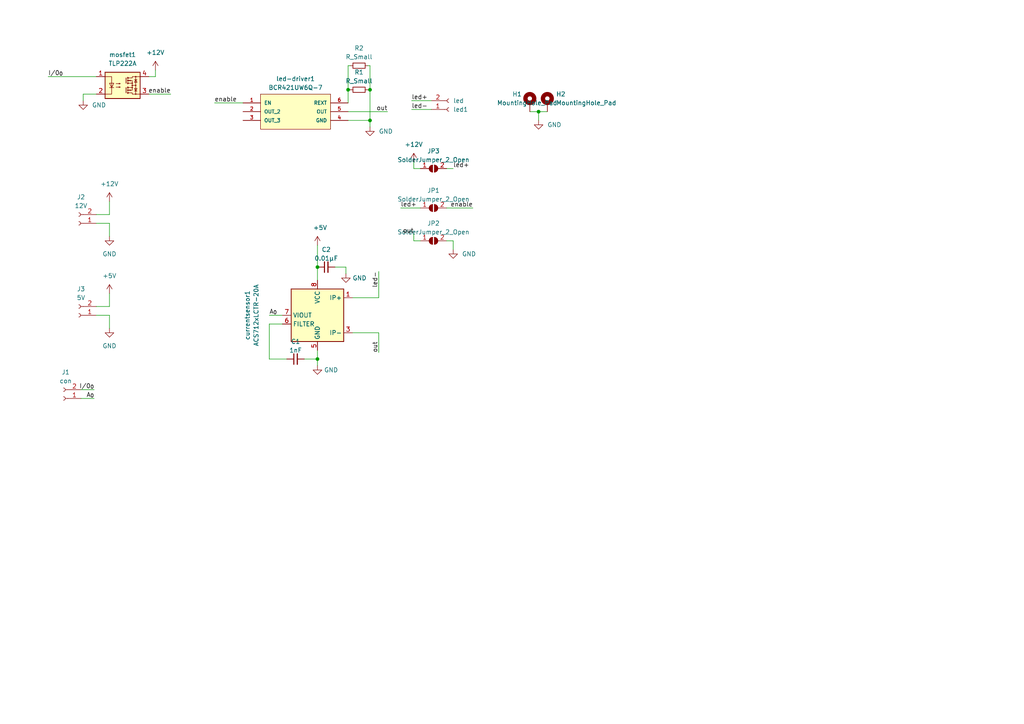
<source format=kicad_sch>
(kicad_sch (version 20230121) (generator eeschema)
  (paper "A4")
  (lib_symbols
    (symbol "+12V_1" (power) (pin_names (offset 0))
      (property "Value" "+12V_1" (at 0 3.556 0))
      (symbol "+12V_1_0_1"
        (polyline (pts (xy -0.762 1.27) (xy 0 2.54)))
        (polyline (pts (xy 0 0) (xy 0 2.54)))
        (polyline (pts (xy 0 2.54) (xy 0.762 1.27)))
      )
      (symbol "+12V_1_1_1"
        (pin power_in line (at 0 0 90) (length 0) hide (name "+12V") (number "1"))
      )
    )
    (symbol "Connector:Conn_01x02_Female" (pin_names (offset 1.016) hide)
      (property "Reference" "J" (at 0 2.54 0))
      (property "Value" "Conn_01x02_Female" (at 0 -5.08 0))
      (symbol "Conn_01x02_Female_1_1"
        (arc (start 0 -2.032) (mid -0.5058 -2.54) (end 0 -3.048) (stroke (width 0.1524)))
        (polyline (pts (xy -1.27 -2.54) (xy -0.508 -2.54)) (stroke (width 0.1524)))
        (polyline (pts (xy -1.27 0) (xy -0.508 0)) (stroke (width 0.1524)))
        (arc (start 0 0.508) (mid -0.5058 0) (end 0 -0.508) (stroke (width 0.1524)))
        (pin passive line (at -5.08 0 0) (length 3.81) (name "Pin_1") (number "1"))
        (pin passive line (at -5.08 -2.54 0) (length 3.81) (name "Pin_2") (number "2"))
      )
    )
    (symbol "Device:C_Small" (pin_numbers hide) (pin_names (offset 0.254) hide)
      (property "Reference" "C" (at 0.254 1.778 0))
      (property "Value" "C_Small" (at 0.254 -2.032 0))
      (symbol "C_Small_0_1"
        (polyline (pts (xy -1.524 -0.508) (xy 1.524 -0.508)) (stroke (width 0.3302)))
        (polyline (pts (xy -1.524 0.508) (xy 1.524 0.508)) (stroke (width 0.3048)))
      )
      (symbol "C_Small_1_1"
        (pin passive line (at 0 2.54 270) (length 2.032) (name "~") (number "1"))
        (pin passive line (at 0 -2.54 90) (length 2.032) (name "~") (number "2"))
      )
    )
    (symbol "Device:R_Small" (pin_numbers hide) (pin_names (offset 0.254) hide)
      (property "Reference" "R" (at 0.762 0.508 0))
      (property "Value" "R_Small" (at 0.762 -1.016 0))
      (symbol "R_Small_0_1"
        (rectangle (start -0.762 1.778) (end 0.762 -1.778) (stroke (width 0.2032)))
      )
      (symbol "R_Small_1_1"
        (pin passive line (at 0 2.54 270) (length 0.762) (name "~") (number "1"))
        (pin passive line (at 0 -2.54 90) (length 0.762) (name "~") (number "2"))
      )
    )
    (symbol "Jumper:SolderJumper_2_Open" (pin_names (offset 0) hide)
      (property "Reference" "JP" (at 0 2.032 0))
      (property "Value" "SolderJumper_2_Open" (at 0 -2.54 0))
      (symbol "SolderJumper_2_Open_0_1"
        (arc (start -0.254 1.016) (mid -1.2656 0) (end -0.254 -1.016))
        (arc (start -0.254 1.016) (mid -1.2656 0) (end -0.254 -1.016) (fill (type outline)))
        (polyline (pts (xy -0.254 1.016) (xy -0.254 -1.016)))
        (polyline (pts (xy 0.254 1.016) (xy 0.254 -1.016)))
        (arc (start 0.254 -1.016) (mid 1.2656 0) (end 0.254 1.016))
        (arc (start 0.254 -1.016) (mid 1.2656 0) (end 0.254 1.016) (fill (type outline)))
      )
      (symbol "SolderJumper_2_Open_1_1"
        (pin passive line (at -3.81 0 0) (length 2.54) (name "A") (number "1"))
        (pin passive line (at 3.81 0 180) (length 2.54) (name "B") (number "2"))
      )
    )
    (symbol "Mechanical:MountingHole_Pad" (pin_numbers hide) (pin_names (offset 1.016) hide)
      (property "Reference" "H" (at 0 6.35 0))
      (property "Value" "MountingHole_Pad" (at 0 4.445 0))
      (symbol "MountingHole_Pad_0_1"
        (circle (center 0 1.27) (radius 1.27) (stroke (width 1.27)))
      )
      (symbol "MountingHole_Pad_1_1"
        (pin input line (at 0 -2.54 90) (length 2.54) (name "1") (number "1"))
      )
    )
    (symbol "Relay_SolidState:TLP222A"
      (property "Reference" "U" (at -5.08 5.08 0))
      (property "Value" "TLP222A" (at 0 5.08 0))
      (symbol "TLP222A_0_1"
        (rectangle (start -5.08 3.81) (end 5.08 -3.81) (stroke (width 0.254)) (fill (type background)))
        (polyline (pts (xy -3.81 -0.635) (xy -2.54 -0.635)))
        (polyline (pts (xy 1.016 -0.635) (xy 1.016 -2.159)) (stroke (width 0.2032)))
        (polyline (pts (xy 1.016 2.159) (xy 1.016 0.635)) (stroke (width 0.2032)))
        (polyline (pts (xy 1.524 -0.508) (xy 1.524 -0.762)) (stroke (width 0.3556)))
        (polyline (pts (xy 2.794 0) (xy 3.81 0)))
        (polyline (pts (xy 3.429 -1.651) (xy 4.191 -1.651)))
        (polyline (pts (xy 3.429 1.651) (xy 4.191 1.651)))
        (polyline (pts (xy 3.81 -2.54) (xy 3.81 2.54)))
        (polyline (pts (xy 1.524 -2.032) (xy 1.524 -2.286) (xy 1.524 -2.286)) (stroke (width 0.3556)))
        (polyline (pts (xy 1.524 -1.27) (xy 1.524 -1.524) (xy 1.524 -1.524)) (stroke (width 0.3556)))
        (polyline (pts (xy 1.524 0.762) (xy 1.524 0.508) (xy 1.524 0.508)) (stroke (width 0.3556)))
        (polyline (pts (xy 1.524 1.524) (xy 1.524 1.27) (xy 1.524 1.27)) (stroke (width 0.3556)))
        (polyline (pts (xy 1.524 2.286) (xy 1.524 2.032) (xy 1.524 2.032)) (stroke (width 0.3556)))
        (polyline (pts (xy 1.651 -1.397) (xy 2.794 -1.397) (xy 2.794 -0.635)))
        (polyline (pts (xy 1.651 1.397) (xy 2.794 1.397) (xy 2.794 0.635)))
        (polyline (pts (xy -5.08 2.54) (xy -3.175 2.54) (xy -3.175 -2.54) (xy -5.08 -2.54)))
        (polyline (pts (xy -3.175 -0.635) (xy -3.81 0.635) (xy -2.54 0.635) (xy -3.175 -0.635)))
        (polyline (pts (xy 1.651 -2.159) (xy 2.794 -2.159) (xy 2.794 -2.54) (xy 5.08 -2.54)))
        (polyline (pts (xy 1.651 -0.635) (xy 2.794 -0.635) (xy 2.794 0.635) (xy 1.651 0.635)))
        (polyline (pts (xy 1.651 2.159) (xy 2.794 2.159) (xy 2.794 2.54) (xy 5.08 2.54)))
        (polyline (pts (xy 1.778 -1.397) (xy 2.286 -1.27) (xy 2.286 -1.524) (xy 1.778 -1.397)))
        (polyline (pts (xy 1.778 1.397) (xy 2.286 1.524) (xy 2.286 1.27) (xy 1.778 1.397)))
        (polyline (pts (xy 3.81 -1.651) (xy 3.429 -0.889) (xy 4.191 -0.889) (xy 3.81 -1.651)))
        (polyline (pts (xy 3.81 1.651) (xy 3.429 0.889) (xy 4.191 0.889) (xy 3.81 1.651)))
        (polyline (pts (xy -1.905 -0.508) (xy -0.635 -0.508) (xy -1.016 -0.635) (xy -1.016 -0.381) (xy -0.635 -0.508)))
        (polyline (pts (xy -1.905 0.508) (xy -0.635 0.508) (xy -1.016 0.381) (xy -1.016 0.635) (xy -0.635 0.508)))
        (circle (center 2.794 -0.635) (radius 0.127))
        (circle (center 2.794 0) (radius 0.127))
        (circle (center 2.794 0.635) (radius 0.127))
        (circle (center 3.81 -2.54) (radius 0.127))
        (circle (center 3.81 0) (radius 0.127))
        (circle (center 3.81 2.54) (radius 0.127))
      )
      (symbol "TLP222A_1_1"
        (pin passive line (at -7.62 2.54 0) (length 2.54) (name "~") (number "1"))
        (pin passive line (at -7.62 -2.54 0) (length 2.54) (name "~") (number "2"))
        (pin passive line (at 7.62 -2.54 180) (length 2.54) (name "~") (number "3"))
        (pin passive line (at 7.62 2.54 180) (length 2.54) (name "~") (number "4"))
      )
    )
    (symbol "Sensor_Current:ACS712xLCTR-20A"
      (property "Reference" "U" (at 2.54 11.43 0))
      (property "Value" "ACS712xLCTR-20A" (at 2.54 8.89 0))
      (symbol "ACS712xLCTR-20A_0_1"
        (rectangle (start -7.62 7.62) (end 7.62 -7.62) (stroke (width 0.254)) (fill (type background)))
      )
      (symbol "ACS712xLCTR-20A_1_1"
        (pin passive line (at -10.16 5.08 0) (length 2.54) (name "IP+") (number "1"))
        (pin passive line (at -10.16 5.08 0) (length 2.54) hide (name "IP+") (number "2"))
        (pin passive line (at -10.16 -5.08 0) (length 2.54) (name "IP-") (number "3"))
        (pin passive line (at -10.16 -5.08 0) (length 2.54) hide (name "IP-") (number "4"))
        (pin power_in line (at 0 -10.16 90) (length 2.54) (name "GND") (number "5"))
        (pin passive line (at 10.16 -2.54 180) (length 2.54) (name "FILTER") (number "6"))
        (pin output line (at 10.16 0 180) (length 2.54) (name "VIOUT") (number "7"))
        (pin power_in line (at 0 10.16 270) (length 2.54) (name "VCC") (number "8"))
      )
    )
    (symbol "own-symobls:BCR421UW6Q-7" (pin_names (offset 1.016))
      (property "Reference" "U" (at -10.16 10.16 0))
      (property "Value" "BCR421UW6Q-7" (at -10.16 7.62 0))
      (symbol "BCR421UW6Q-7_0_0"
        (rectangle (start -10.16 -5.08) (end 10.16 5.08) (stroke (width 0.1524)) (fill (type background)))
        (pin passive line (at -15.24 2.54 0) (length 5.08) (name "EN") (number "1"))
        (pin output line (at -15.24 0 0) (length 5.08) (name "OUT_2") (number "2"))
        (pin output line (at -15.24 -2.54 0) (length 5.08) (name "OUT_3") (number "3"))
        (pin passive line (at 15.24 -2.54 180) (length 5.08) (name "GND") (number "4"))
        (pin output line (at 15.24 0 180) (length 5.08) (name "OUT") (number "5"))
        (pin passive line (at 15.24 2.54 180) (length 5.08) (name "REXT") (number "6"))
      )
    )
    (symbol "power:+12V" (power) (pin_names (offset 0))
      (property "Value" "+12V" (at 0 3.556 0))
      (symbol "+12V_0_1"
        (polyline (pts (xy -0.762 1.27) (xy 0 2.54)))
        (polyline (pts (xy 0 0) (xy 0 2.54)))
        (polyline (pts (xy 0 2.54) (xy 0.762 1.27)))
      )
      (symbol "+12V_1_1"
        (pin power_in line (at 0 0 90) (length 0) hide (name "+12V") (number "1"))
      )
    )
    (symbol "power:+5V" (power) (pin_names (offset 0))
      (property "Value" "+5V" (at 0 3.556 0))
      (symbol "+5V_0_1"
        (polyline (pts (xy -0.762 1.27) (xy 0 2.54)))
        (polyline (pts (xy 0 0) (xy 0 2.54)))
        (polyline (pts (xy 0 2.54) (xy 0.762 1.27)))
      )
      (symbol "+5V_1_1"
        (pin power_in line (at 0 0 90) (length 0) hide (name "+5V") (number "1"))
      )
    )
    (symbol "power:GND" (power) (pin_names (offset 0))
      (property "Value" "GND" (at 0 -3.81 0))
      (symbol "GND_0_1"
        (polyline (pts (xy 0 0) (xy 0 -1.27) (xy 1.27 -1.27) (xy 0 -2.54) (xy -1.27 -1.27) (xy 0 -1.27)))
      )
      (symbol "GND_1_1"
        (pin power_in line (at 0 0 270) (length 0) hide (name "GND") (number "1"))
      )
    )
  )
  (junction (at 156.21 32.385))
  (junction (at 92.075 77.47))
  (junction (at 92.075 104.14))
  (junction (at 107.315 34.925))
  (junction (at 107.315 26.035))
  (junction (at 100.965 26.035))
  (wire (pts (xy 23.495 115.57) (xy 27.305 115.57)))
  (wire (pts (xy 45.085 22.225) (xy 45.085 20.32)))
  (wire (pts (xy 156.21 32.385) (xy 158.75 32.385)))
  (wire (pts (xy 100.965 32.385) (xy 112.395 32.385)))
  (wire (pts (xy 131.445 72.39) (xy 131.445 69.85)))
  (wire (pts (xy 31.75 91.44) (xy 31.75 95.25)))
  (wire (pts (xy 43.18 27.305) (xy 49.53 27.305)))
  (wire (pts (xy 129.54 48.895) (xy 131.445 48.895)))
  (wire (pts (xy 27.94 88.9) (xy 31.75 88.9)))
  (wire (pts (xy 121.92 69.85) (xy 120.015 69.85)))
  (wire (pts (xy 62.23 29.845) (xy 70.485 29.845)))
  (wire (pts (xy 13.97 22.225) (xy 27.94 22.225)))
  (wire (pts (xy 43.18 22.225) (xy 45.085 22.225)))
  (wire (pts (xy 31.75 85.09) (xy 31.75 88.9)))
  (wire (pts (xy 107.315 26.035) (xy 107.315 34.925)))
  (wire (pts (xy 119.38 31.75) (xy 125.095 31.75)))
  (wire (pts (xy 109.855 78.74) (xy 109.855 86.36)))
  (wire (pts (xy 92.075 81.28) (xy 92.075 77.47)))
  (wire (pts (xy 102.235 96.52) (xy 109.855 96.52)))
  (wire (pts (xy 107.315 26.035) (xy 106.68 26.035)))
  (wire (pts (xy 116.205 60.325) (xy 121.92 60.325)))
  (wire (pts (xy 131.445 69.85) (xy 129.54 69.85)))
  (wire (pts (xy 101.6 26.035) (xy 100.965 26.035)))
  (wire (pts (xy 78.105 93.98) (xy 81.915 93.98)))
  (wire (pts (xy 92.075 104.14) (xy 92.075 101.6)))
  (wire (pts (xy 78.105 93.98) (xy 78.105 104.14)))
  (wire (pts (xy 78.105 104.14) (xy 83.185 104.14)))
  (wire (pts (xy 31.75 64.77) (xy 31.75 68.58)))
  (wire (pts (xy 109.855 86.36) (xy 102.235 86.36)))
  (wire (pts (xy 24.13 27.305) (xy 27.94 27.305)))
  (wire (pts (xy 121.92 48.895) (xy 120.015 48.895)))
  (wire (pts (xy 24.13 29.21) (xy 24.13 27.305)))
  (wire (pts (xy 100.965 19.05) (xy 100.965 26.035)))
  (wire (pts (xy 27.94 91.44) (xy 31.75 91.44)))
  (wire (pts (xy 120.015 48.895) (xy 120.015 46.99)))
  (wire (pts (xy 119.38 29.21) (xy 125.095 29.21)))
  (wire (pts (xy 153.67 32.385) (xy 156.21 32.385)))
  (wire (pts (xy 107.315 19.05) (xy 107.315 26.035)))
  (wire (pts (xy 107.315 36.83) (xy 107.315 34.925)))
  (wire (pts (xy 100.33 77.47) (xy 100.33 79.375)))
  (wire (pts (xy 92.075 104.14) (xy 92.075 106.045)))
  (wire (pts (xy 109.855 96.52) (xy 109.855 102.235)))
  (wire (pts (xy 120.015 69.85) (xy 120.015 67.945)))
  (wire (pts (xy 23.495 113.03) (xy 27.305 113.03)))
  (wire (pts (xy 100.965 26.035) (xy 100.965 29.845)))
  (wire (pts (xy 100.965 34.925) (xy 107.315 34.925)))
  (wire (pts (xy 156.21 32.385) (xy 156.21 34.925)))
  (wire (pts (xy 97.155 77.47) (xy 100.33 77.47)))
  (wire (pts (xy 31.75 58.42) (xy 31.75 62.23)))
  (wire (pts (xy 106.68 19.05) (xy 107.315 19.05)))
  (wire (pts (xy 88.265 104.14) (xy 92.075 104.14)))
  (wire (pts (xy 92.075 77.47) (xy 92.075 71.12)))
  (wire (pts (xy 27.94 62.23) (xy 31.75 62.23)))
  (wire (pts (xy 78.105 91.44) (xy 81.915 91.44)))
  (wire (pts (xy 27.94 64.77) (xy 31.75 64.77)))
  (wire (pts (xy 101.6 19.05) (xy 100.965 19.05)))
  (wire (pts (xy 129.54 60.325) (xy 137.16 60.325)))
  (label "I{slash}0_{0}" (at 27.305 113.03 180))
  (label "enable" (at 49.53 27.305 180))
  (label "led+" (at 116.205 60.325 0))
  (label "out" (at 109.855 102.235 90))
  (label "out" (at 120.015 67.945 180))
  (label "led+" (at 119.38 29.21 0))
  (label "enable" (at 137.16 60.325 180))
  (label "led-" (at 119.38 31.75 0))
  (label "led-" (at 109.855 78.74 270))
  (label "I{slash}0_{0}" (at 13.97 22.225 0))
  (label "A_{0}" (at 27.305 115.57 180))
  (label "enable" (at 62.23 29.845 0))
  (label "led+" (at 131.445 48.895 0))
  (label "out" (at 112.395 32.385 180))
  (label "A_{0}" (at 78.105 91.44 0))
  (symbol (lib_id "power:GND") (at 156.21 34.925 0) (unit 1)
    (property "Reference" "#PWR0111" (effects hide))
    (property "Value" "GND" (at 158.75 36.1949 0) (effects (justify left)))
  )
  (symbol (lib_id "Jumper:SolderJumper_2_Open") (at 125.73 69.85 0) (unit 1)
    (property "Reference" "JP2" (at 125.73 64.77 0))
    (property "Value" "SolderJumper_2_Open" (at 125.73 67.31 0))
    (property "Footprint" "Jumper:SolderJumper-2_P1.3mm_Open_Pad1.0x1.5mm" (effects hide))
  )
  (symbol (lib_id "Relay_SolidState:TLP222A") (at 35.56 24.765 0) (unit 1)
    (property "Reference" "mosfet1" (at 35.56 15.875 0))
    (property "Value" "TLP222A" (at 35.56 18.415 0))
    (property "Footprint" "own-footprints:AQY211EHAZ" (effects hide))
    (property "Datasheet" "https://toshiba.semicon-storage.com/info/docget.jsp?did=17036&prodName=TLP222A" (effects hide))
  )
  (symbol (lib_id "power:+5V") (at 31.75 85.09 0) (unit 1)
    (property "Reference" "#PWR0104" (effects hide))
    (property "Value" "+5V" (at 31.75 80.01 0))
  )
  (symbol (lib_id "Connector:Conn_01x02_Female") (at 18.415 115.57 180) (unit 1)
    (property "Reference" "J1" (at 19.05 107.95 0))
    (property "Value" "con" (at 19.05 110.49 0))
    (property "Footprint" "Connector_PinHeader_2.54mm:PinHeader_1x02_P2.54mm_Vertical" (effects hide))
  )
  (symbol (lib_id "power:GND") (at 92.075 106.045 0) (mirror y) (unit 1)
    (property "Reference" "#PWR0101" (effects hide))
    (property "Value" "GND" (at 93.98 107.3149 0) (effects (justify right)))
  )
  (symbol (lib_id "power:GND") (at 107.315 36.83 0) (unit 1)
    (property "Reference" "#PWR03" (effects hide))
    (property "Value" "GND" (at 109.855 38.0999 0) (effects (justify left)))
  )
  (symbol (lib_id "power:GND") (at 100.33 79.375 0) (mirror y) (unit 1)
    (property "Reference" "#PWR0108" (effects hide))
    (property "Value" "GND" (at 102.235 80.6449 0) (effects (justify right)))
  )
  (symbol (lib_id "power:GND") (at 24.13 29.21 0) (unit 1)
    (property "Reference" "#PWR0110" (effects hide))
    (property "Value" "GND" (at 26.67 30.4799 0) (effects (justify left)))
  )
  (symbol (lib_id "power:+12V") (at 31.75 58.42 0) (unit 1)
    (property "Reference" "#PWR0102" (effects hide))
    (property "Value" "+12V" (at 31.75 53.34 0))
  )
  (symbol (lib_id "Device:C_Small") (at 85.725 104.14 90) (mirror x) (unit 1)
    (property "Reference" "C1" (at 85.7313 99.06 90))
    (property "Value" "1nF" (at 85.7313 101.6 90))
    (property "Footprint" "Capacitor_SMD:C_0805_2012Metric_Pad1.18x1.45mm_HandSolder" (effects hide))
  )
  (symbol (lib_id "power:GND") (at 131.445 72.39 0) (unit 1)
    (property "Reference" "#PWR05" (effects hide))
    (property "Value" "GND" (at 133.985 73.6599 0) (effects (justify left)))
  )
  (symbol (lib_id "Connector:Conn_01x02_Female") (at 22.86 64.77 180) (unit 1)
    (property "Reference" "J2" (at 23.495 57.15 0))
    (property "Value" "12V" (at 23.495 59.69 0))
    (property "Footprint" "Connector_PinHeader_2.54mm:PinHeader_1x02_P2.54mm_Vertical" (effects hide))
  )
  (symbol (lib_id "Jumper:SolderJumper_2_Open") (at 125.73 48.895 0) (unit 1)
    (property "Reference" "JP3" (at 125.73 43.815 0))
    (property "Value" "SolderJumper_2_Open" (at 125.73 46.355 0))
    (property "Footprint" "Jumper:SolderJumper-2_P1.3mm_Open_Pad1.0x1.5mm" (effects hide))
  )
  (symbol (lib_name "+12V_1") (lib_id "power:+12V") (at 45.085 20.32 0) (unit 1)
    (property "Reference" "#PWR01" (effects hide))
    (property "Value" "+12V" (at 45.085 15.24 0))
  )
  (symbol (lib_id "Mechanical:MountingHole_Pad") (at 158.75 29.845 0) (unit 1)
    (property "Reference" "H2" (at 161.29 27.3049 0) (effects (justify left)))
    (property "Value" "MountingHole_Pad" (at 161.29 29.8449 0) (effects (justify left)))
    (property "Footprint" "MountingHole:MountingHole_2.5mm" (effects hide))
  )
  (symbol (lib_id "Device:C_Small") (at 94.615 77.47 90) (mirror x) (unit 1)
    (property "Reference" "C2" (at 94.6213 72.39 90))
    (property "Value" "0.01µF" (at 94.6213 74.93 90))
    (property "Footprint" "Capacitor_SMD:C_0805_2012Metric_Pad1.18x1.45mm_HandSolder" (effects hide))
  )
  (symbol (lib_id "power:GND") (at 31.75 68.58 0) (unit 1)
    (property "Reference" "#PWR0103" (effects hide))
    (property "Value" "GND" (at 31.75 73.66 0))
  )
  (symbol (lib_id "Jumper:SolderJumper_2_Open") (at 125.73 60.325 0) (unit 1)
    (property "Reference" "JP1" (at 125.73 55.245 0))
    (property "Value" "SolderJumper_2_Open" (at 125.73 57.785 0))
    (property "Footprint" "Jumper:SolderJumper-2_P1.3mm_Open_Pad1.0x1.5mm" (effects hide))
  )
  (symbol (lib_id "power:GND") (at 31.75 95.25 0) (unit 1)
    (property "Reference" "#PWR0105" (effects hide))
    (property "Value" "GND" (at 31.75 100.33 0))
  )
  (symbol (lib_id "Connector:Conn_01x02_Female") (at 22.86 91.44 180) (unit 1)
    (property "Reference" "J3" (at 23.495 83.82 0))
    (property "Value" "5V" (at 23.495 86.36 0))
    (property "Footprint" "Connector_PinHeader_2.54mm:PinHeader_1x02_P2.54mm_Vertical" (effects hide))
  )
  (symbol (lib_name "+12V_1") (lib_id "power:+12V") (at 120.015 46.99 0) (unit 1)
    (property "Reference" "#PWR06" (effects hide))
    (property "Value" "+12V" (at 120.015 41.91 0))
  )
  (symbol (lib_id "own-symobls:BCR421UW6Q-7") (at 85.725 32.385 0) (unit 1)
    (property "Reference" "led-driver1" (at 85.725 22.86 0))
    (property "Value" "BCR421UW6Q-7" (at 85.725 25.4 0))
    (property "Footprint" "own-footprints:SOT95P285X140-6N" (effects hide))
    (property "BUILT_BY" "EMA_Matt" (effects hide))
    (property "VENDOR" "Diodes Inc" (effects hide))
    (property "SOURCELIBRARY" "Diodes_Inc_2019-12-05" (effects hide))
    (property "COPYRIGHT" "Copyright (C) 2018 Accelerated Designs. All rights reserved" (effects hide))
    (property "MANUFACTURER_PART_NUMBER" "BCR421UW6Q-7" (effects hide))
  )
  (symbol (lib_id "Device:R_Small") (at 104.14 19.05 90) (unit 1)
    (property "Reference" "R2" (at 104.14 13.97 90))
    (property "Value" "R_Small" (at 104.14 16.51 90))
    (property "Footprint" "Resistor_SMD:R_0805_2012Metric_Pad1.20x1.40mm_HandSolder" (effects hide))
  )
  (symbol (lib_id "Sensor_Current:ACS712xLCTR-20A") (at 92.075 91.44 0) (mirror y) (unit 1)
    (property "Reference" "currentsensor1" (at 71.755 91.44 90))
    (property "Value" "ACS712xLCTR-20A" (at 74.295 91.44 90))
    (property "Footprint" "Package_SO:SOIC-8_3.9x4.9mm_P1.27mm" (effects hide))
    (property "Datasheet" "http://www.allegromicro.com/~/media/Files/Datasheets/ACS712-Datasheet.ashx?la=en" (effects hide))
  )
  (symbol (lib_id "Device:R_Small") (at 104.14 26.035 90) (unit 1)
    (property "Reference" "R1" (at 104.14 20.955 90))
    (property "Value" "R_Small" (at 104.14 23.495 90))
    (property "Footprint" "Resistor_SMD:R_0805_2012Metric_Pad1.20x1.40mm_HandSolder" (effects hide))
  )
  (symbol (lib_id "power:+5V") (at 92.075 71.12 0) (mirror y) (unit 1)
    (property "Reference" "#PWR0106" (effects hide))
    (property "Value" "+5V" (at 90.805 66.04 0) (effects (justify right)))
  )
  (symbol (lib_id "Mechanical:MountingHole_Pad") (at 153.67 29.845 0) (unit 1)
    (property "Reference" "H1" (at 148.59 27.305 0) (effects (justify left)))
    (property "Value" "MountingHole_Pad" (at 144.145 29.845 0) (effects (justify left)))
    (property "Footprint" "MountingHole:MountingHole_2.5mm" (effects hide))
  )
  (symbol (lib_id "Connector:Conn_01x02_Female") (at 130.175 31.75 0) (mirror x) (unit 1)
    (property "Reference" "led1" (at 131.445 31.7501 0) (effects (justify left)))
    (property "Value" "led" (at 131.445 29.2101 0) (effects (justify left)))
    (property "Footprint" "TerminalBlock_Phoenix:TerminalBlock_Phoenix_MPT-0,5-2-2.54_1x02_P2.54mm_Horizontal" (effects hide))
  )
)
</source>
